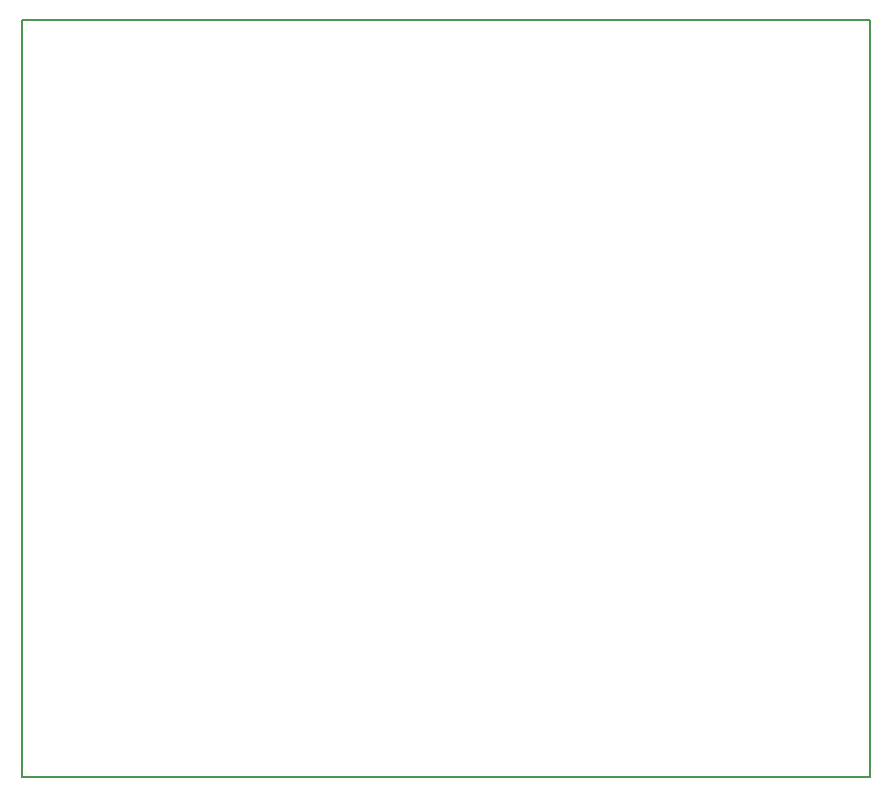
<source format=gbr>
G04 #@! TF.FileFunction,Profile,NP*
%FSLAX46Y46*%
G04 Gerber Fmt 4.6, Leading zero omitted, Abs format (unit mm)*
G04 Created by KiCad (PCBNEW 4.0.4-stable) date Saturday, December 10, 2016 'PMt' 12:56:01 PM*
%MOMM*%
%LPD*%
G01*
G04 APERTURE LIST*
%ADD10C,0.100000*%
%ADD11C,0.150000*%
G04 APERTURE END LIST*
D10*
D11*
X81280000Y-80645000D02*
X81280000Y-144780000D01*
X153035000Y-80645000D02*
X81280000Y-80645000D01*
X153035000Y-144780000D02*
X153035000Y-80645000D01*
X81280000Y-144780000D02*
X153035000Y-144780000D01*
M02*

</source>
